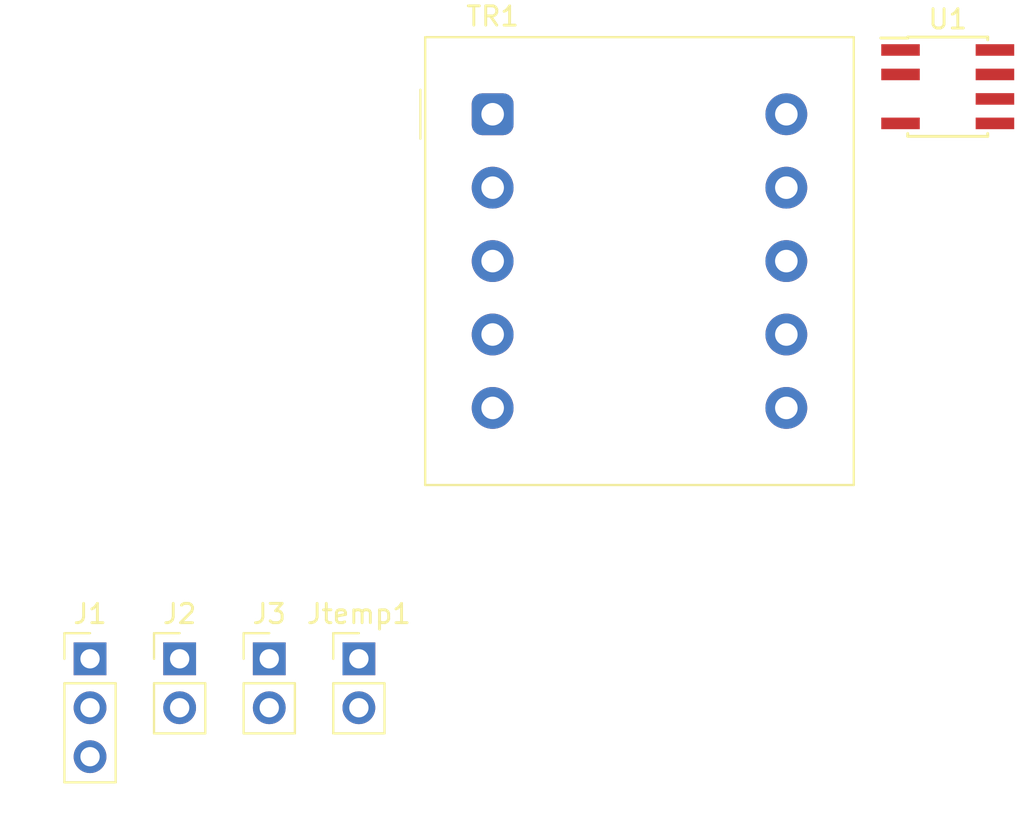
<source format=kicad_pcb>
(kicad_pcb (version 20171130) (host pcbnew 5.1.5-52549c5~84~ubuntu18.04.1)

  (general
    (thickness 1.6)
    (drawings 0)
    (tracks 0)
    (zones 0)
    (modules 6)
    (nets 4)
  )

  (page A4)
  (layers
    (0 F.Cu signal)
    (31 B.Cu signal)
    (32 B.Adhes user)
    (33 F.Adhes user)
    (34 B.Paste user)
    (35 F.Paste user)
    (36 B.SilkS user)
    (37 F.SilkS user)
    (38 B.Mask user)
    (39 F.Mask user)
    (40 Dwgs.User user)
    (41 Cmts.User user)
    (42 Eco1.User user)
    (43 Eco2.User user)
    (44 Edge.Cuts user)
    (45 Margin user)
    (46 B.CrtYd user)
    (47 F.CrtYd user)
    (48 B.Fab user)
    (49 F.Fab user)
  )

  (setup
    (last_trace_width 0.25)
    (trace_clearance 0.2)
    (zone_clearance 0.508)
    (zone_45_only no)
    (trace_min 0.2)
    (via_size 0.8)
    (via_drill 0.4)
    (via_min_size 0.4)
    (via_min_drill 0.3)
    (uvia_size 0.3)
    (uvia_drill 0.1)
    (uvias_allowed no)
    (uvia_min_size 0.2)
    (uvia_min_drill 0.1)
    (edge_width 0.05)
    (segment_width 0.2)
    (pcb_text_width 0.3)
    (pcb_text_size 1.5 1.5)
    (mod_edge_width 0.12)
    (mod_text_size 1 1)
    (mod_text_width 0.15)
    (pad_size 1.524 1.524)
    (pad_drill 0.762)
    (pad_to_mask_clearance 0.051)
    (solder_mask_min_width 0.25)
    (aux_axis_origin 0 0)
    (visible_elements FFFFFF7F)
    (pcbplotparams
      (layerselection 0x010fc_ffffffff)
      (usegerberextensions false)
      (usegerberattributes false)
      (usegerberadvancedattributes false)
      (creategerberjobfile false)
      (excludeedgelayer true)
      (linewidth 0.100000)
      (plotframeref false)
      (viasonmask false)
      (mode 1)
      (useauxorigin false)
      (hpglpennumber 1)
      (hpglpenspeed 20)
      (hpglpendiameter 15.000000)
      (psnegative false)
      (psa4output false)
      (plotreference true)
      (plotvalue true)
      (plotinvisibletext false)
      (padsonsilk false)
      (subtractmaskfromsilk false)
      (outputformat 1)
      (mirror false)
      (drillshape 1)
      (scaleselection 1)
      (outputdirectory ""))
  )

  (net 0 "")
  (net 1 /GND1)
  (net 2 "Net-(C2-Pad2)")
  (net 3 "Net-(D5-Pad2)")

  (net_class Default "This is the default net class."
    (clearance 0.2)
    (trace_width 0.25)
    (via_dia 0.8)
    (via_drill 0.4)
    (uvia_dia 0.3)
    (uvia_drill 0.1)
    (add_net /24V)
    (add_net /4V)
    (add_net /GND1)
    (add_net /RTN)
    (add_net "Net-(C2-Pad1)")
    (add_net "Net-(C2-Pad2)")
    (add_net "Net-(C4-Pad1)")
    (add_net "Net-(C5-Pad1)")
    (add_net "Net-(D3-Pad2)")
    (add_net "Net-(D5-Pad2)")
    (add_net "Net-(D6-Pad2)")
    (add_net "Net-(D7-Pad2)")
    (add_net "Net-(J1-Pad1)")
    (add_net "Net-(J1-Pad3)")
    (add_net "Net-(Jtemp1-Pad2)")
    (add_net "Net-(R6-Pad1)")
    (add_net "Net-(TR1-Pad10)")
    (add_net "Net-(TR1-Pad2)")
    (add_net "Net-(TR1-Pad8)")
    (add_net "Net-(TR1-Pad9)")
  )

  (module Package_SO:PowerIntegrations_SO-8C (layer F.Cu) (tedit 5A4230AB) (tstamp 5E43F25B)
    (at 172.967 86.327)
    (descr "Power-Integrations variant of 8-Lead Plastic Small Outline (SN) - Narrow, 3.90 mm Body [SOIC], see https://www.mouser.com/ds/2/328/linkswitch-pl_family_datasheet-12517.pdf")
    (tags "SOIC 1.27")
    (path /5E4748E9)
    (attr smd)
    (fp_text reference U1 (at 0 -3.5) (layer F.SilkS)
      (effects (font (size 1 1) (thickness 0.15)))
    )
    (fp_text value LNK625DG (at 0 3.5) (layer F.Fab)
      (effects (font (size 1 1) (thickness 0.15)))
    )
    (fp_line (start 3.7 2.7) (end -3.7 2.7) (layer F.CrtYd) (width 0.05))
    (fp_line (start 3.7 2.7) (end 3.7 -2.7) (layer F.CrtYd) (width 0.05))
    (fp_line (start -3.7 -2.7) (end -3.7 2.7) (layer F.CrtYd) (width 0.05))
    (fp_line (start -3.7 -2.7) (end 3.7 -2.7) (layer F.CrtYd) (width 0.05))
    (fp_line (start -2.075 -2.525) (end -3.475 -2.525) (layer F.SilkS) (width 0.15))
    (fp_line (start -2.075 2.575) (end 2.075 2.575) (layer F.SilkS) (width 0.15))
    (fp_line (start -2.075 -2.575) (end 2.075 -2.575) (layer F.SilkS) (width 0.15))
    (fp_line (start -2.075 2.575) (end -2.075 2.43) (layer F.SilkS) (width 0.15))
    (fp_line (start 2.075 2.575) (end 2.075 2.43) (layer F.SilkS) (width 0.15))
    (fp_line (start 2.075 -2.575) (end 2.075 -2.43) (layer F.SilkS) (width 0.15))
    (fp_line (start -2.075 -2.575) (end -2.075 -2.525) (layer F.SilkS) (width 0.15))
    (fp_line (start -1.95 -1.45) (end -0.95 -2.45) (layer F.Fab) (width 0.1))
    (fp_line (start -1.95 2.45) (end -1.95 -1.45) (layer F.Fab) (width 0.1))
    (fp_line (start 1.95 2.45) (end -1.95 2.45) (layer F.Fab) (width 0.1))
    (fp_line (start 1.95 -2.45) (end 1.95 2.45) (layer F.Fab) (width 0.1))
    (fp_line (start -0.95 -2.45) (end 1.95 -2.45) (layer F.Fab) (width 0.1))
    (fp_text user %R (at 0 0) (layer F.Fab)
      (effects (font (size 1 1) (thickness 0.15)))
    )
    (pad 8 smd rect (at 2.45 -1.905) (size 2 0.6) (layers F.Cu F.Paste F.Mask)
      (net 2 "Net-(C2-Pad2)"))
    (pad 7 smd rect (at 2.45 -0.635) (size 2 0.6) (layers F.Cu F.Paste F.Mask)
      (net 2 "Net-(C2-Pad2)"))
    (pad 6 smd rect (at 2.45 0.635) (size 2 0.6) (layers F.Cu F.Paste F.Mask)
      (net 2 "Net-(C2-Pad2)"))
    (pad 5 smd rect (at 2.45 1.905) (size 2 0.6) (layers F.Cu F.Paste F.Mask)
      (net 2 "Net-(C2-Pad2)"))
    (pad 4 smd rect (at -2.45 1.905) (size 2 0.6) (layers F.Cu F.Paste F.Mask)
      (net 3 "Net-(D5-Pad2)"))
    (pad 2 smd rect (at -2.45 -0.635) (size 2 0.6) (layers F.Cu F.Paste F.Mask))
    (pad 1 smd rect (at -2.45 -1.905) (size 2 0.6) (layers F.Cu F.Paste F.Mask))
    (model ${KISYS3DMOD}/Package_SO.3dshapes/PowerIntegrations_SO-8C.wrl
      (at (xyz 0 0 0))
      (scale (xyz 1 1 1))
      (rotate (xyz 0 0 0))
    )
  )

  (module Transformer_THT:Transformer_Wuerth_750343373 (layer F.Cu) (tedit 5CA646E6) (tstamp 5E43F23F)
    (at 149.352 87.757)
    (descr "Transformer, horizontal core with bobbin, 10 pin, 3.81mm pitch, 15.24mm row spacing, 22x23x17.53mm (https://katalog.we-online.com/ctm/datasheet/750343373.pdf)")
    (tags "transformer flyback")
    (path /5E490220)
    (fp_text reference TR1 (at 0 -5.08) (layer F.SilkS)
      (effects (font (size 1 1) (thickness 0.15)))
    )
    (fp_text value Wuerth_750343373 (at 7.62 8.89) (layer F.Fab)
      (effects (font (size 1 1) (thickness 0.15)))
    )
    (fp_line (start -3.38 1) (end -3.38 19.12) (layer F.Fab) (width 0.1))
    (fp_line (start -3.75 -1.27) (end -3.75 1.27) (layer F.SilkS) (width 0.12))
    (fp_line (start -2.38 0) (end -3.38 1) (layer F.Fab) (width 0.1))
    (fp_line (start -3.38 -1) (end -2.38 0) (layer F.Fab) (width 0.1))
    (fp_line (start 18.87 -4.13) (end 18.87 19.37) (layer F.CrtYd) (width 0.05))
    (fp_line (start -3.63 -4.13) (end 18.87 -4.13) (layer F.CrtYd) (width 0.05))
    (fp_line (start -3.63 19.37) (end -3.63 -4.13) (layer F.CrtYd) (width 0.05))
    (fp_line (start 18.87 19.37) (end -3.63 19.37) (layer F.CrtYd) (width 0.05))
    (fp_line (start -3.5 19.24) (end -3.5 -4) (layer F.SilkS) (width 0.12))
    (fp_line (start 18.74 19.24) (end -3.5 19.24) (layer F.SilkS) (width 0.12))
    (fp_line (start 18.74 -4) (end 18.74 19.24) (layer F.SilkS) (width 0.12))
    (fp_line (start -3.5 -4) (end 18.74 -4) (layer F.SilkS) (width 0.12))
    (fp_text user %R (at 7.62 6.35) (layer F.Fab)
      (effects (font (size 1 1) (thickness 0.15)))
    )
    (fp_line (start -3.38 -1) (end -3.38 -3.88) (layer F.Fab) (width 0.1))
    (fp_line (start 18.62 19.12) (end -3.38 19.12) (layer F.Fab) (width 0.1))
    (fp_line (start 18.62 -3.88) (end 18.62 19.12) (layer F.Fab) (width 0.1))
    (fp_line (start -3.38 -3.88) (end 18.62 -3.88) (layer F.Fab) (width 0.1))
    (pad 10 thru_hole circle (at 15.24 0) (size 2.17 2.17) (drill 1.17) (layers *.Cu *.Mask))
    (pad 9 thru_hole circle (at 15.24 3.81) (size 2.17 2.17) (drill 1.17) (layers *.Cu *.Mask))
    (pad 8 thru_hole circle (at 15.24 7.62) (size 2.17 2.17) (drill 1.17) (layers *.Cu *.Mask))
    (pad 7 thru_hole circle (at 15.24 11.43) (size 2.17 2.17) (drill 1.17) (layers *.Cu *.Mask))
    (pad 6 thru_hole circle (at 15.24 15.24) (size 2.17 2.17) (drill 1.17) (layers *.Cu *.Mask))
    (pad 5 thru_hole circle (at 0 15.24) (size 2.17 2.17) (drill 1.17) (layers *.Cu *.Mask)
      (net 1 /GND1))
    (pad 4 thru_hole circle (at 0 11.43) (size 2.17 2.17) (drill 1.17) (layers *.Cu *.Mask))
    (pad 3 thru_hole circle (at 0 7.62) (size 2.17 2.17) (drill 1.17) (layers *.Cu *.Mask))
    (pad 2 thru_hole circle (at 0 3.81) (size 2.17 2.17) (drill 1.17) (layers *.Cu *.Mask))
    (pad 1 thru_hole roundrect (at 0 0) (size 2.17 2.17) (drill 1.17) (layers *.Cu *.Mask) (roundrect_rratio 0.25)
      (net 3 "Net-(D5-Pad2)"))
    (model ${KISYS3DMOD}/Transformer_THT.3dshapes/Transformer_Wuerth_750343373.wrl
      (at (xyz 0 0 0))
      (scale (xyz 1 1 1))
      (rotate (xyz 0 0 0))
    )
  )

  (module Connector_PinHeader_2.54mm:PinHeader_1x02_P2.54mm_Vertical (layer F.Cu) (tedit 59FED5CC) (tstamp 5E43EBCE)
    (at 142.4105 116.0145)
    (descr "Through hole straight pin header, 1x02, 2.54mm pitch, single row")
    (tags "Through hole pin header THT 1x02 2.54mm single row")
    (path /5E521521)
    (fp_text reference Jtemp1 (at 0 -2.33) (layer F.SilkS)
      (effects (font (size 1 1) (thickness 0.15)))
    )
    (fp_text value Conn_01x02 (at 0 4.87) (layer F.Fab)
      (effects (font (size 1 1) (thickness 0.15)))
    )
    (fp_text user %R (at 0 1.27 90) (layer F.Fab)
      (effects (font (size 1 1) (thickness 0.15)))
    )
    (fp_line (start 1.8 -1.8) (end -1.8 -1.8) (layer F.CrtYd) (width 0.05))
    (fp_line (start 1.8 4.35) (end 1.8 -1.8) (layer F.CrtYd) (width 0.05))
    (fp_line (start -1.8 4.35) (end 1.8 4.35) (layer F.CrtYd) (width 0.05))
    (fp_line (start -1.8 -1.8) (end -1.8 4.35) (layer F.CrtYd) (width 0.05))
    (fp_line (start -1.33 -1.33) (end 0 -1.33) (layer F.SilkS) (width 0.12))
    (fp_line (start -1.33 0) (end -1.33 -1.33) (layer F.SilkS) (width 0.12))
    (fp_line (start -1.33 1.27) (end 1.33 1.27) (layer F.SilkS) (width 0.12))
    (fp_line (start 1.33 1.27) (end 1.33 3.87) (layer F.SilkS) (width 0.12))
    (fp_line (start -1.33 1.27) (end -1.33 3.87) (layer F.SilkS) (width 0.12))
    (fp_line (start -1.33 3.87) (end 1.33 3.87) (layer F.SilkS) (width 0.12))
    (fp_line (start -1.27 -0.635) (end -0.635 -1.27) (layer F.Fab) (width 0.1))
    (fp_line (start -1.27 3.81) (end -1.27 -0.635) (layer F.Fab) (width 0.1))
    (fp_line (start 1.27 3.81) (end -1.27 3.81) (layer F.Fab) (width 0.1))
    (fp_line (start 1.27 -1.27) (end 1.27 3.81) (layer F.Fab) (width 0.1))
    (fp_line (start -0.635 -1.27) (end 1.27 -1.27) (layer F.Fab) (width 0.1))
    (pad 2 thru_hole oval (at 0 2.54) (size 1.7 1.7) (drill 1) (layers *.Cu *.Mask))
    (pad 1 thru_hole rect (at 0 0) (size 1.7 1.7) (drill 1) (layers *.Cu *.Mask)
      (net 2 "Net-(C2-Pad2)"))
    (model ${KISYS3DMOD}/Connector_PinHeader_2.54mm.3dshapes/PinHeader_1x02_P2.54mm_Vertical.wrl
      (at (xyz 0 0 0))
      (scale (xyz 1 1 1))
      (rotate (xyz 0 0 0))
    )
  )

  (module Connector_PinHeader_2.54mm:PinHeader_1x02_P2.54mm_Vertical (layer F.Cu) (tedit 59FED5CC) (tstamp 5E43EBB8)
    (at 137.7605 116.0145)
    (descr "Through hole straight pin header, 1x02, 2.54mm pitch, single row")
    (tags "Through hole pin header THT 1x02 2.54mm single row")
    (path /5E50E946)
    (fp_text reference J3 (at 0 -2.33) (layer F.SilkS)
      (effects (font (size 1 1) (thickness 0.15)))
    )
    (fp_text value Conn_01x02 (at 0 4.87) (layer F.Fab)
      (effects (font (size 1 1) (thickness 0.15)))
    )
    (fp_text user %R (at 0 1.27 90) (layer F.Fab)
      (effects (font (size 1 1) (thickness 0.15)))
    )
    (fp_line (start 1.8 -1.8) (end -1.8 -1.8) (layer F.CrtYd) (width 0.05))
    (fp_line (start 1.8 4.35) (end 1.8 -1.8) (layer F.CrtYd) (width 0.05))
    (fp_line (start -1.8 4.35) (end 1.8 4.35) (layer F.CrtYd) (width 0.05))
    (fp_line (start -1.8 -1.8) (end -1.8 4.35) (layer F.CrtYd) (width 0.05))
    (fp_line (start -1.33 -1.33) (end 0 -1.33) (layer F.SilkS) (width 0.12))
    (fp_line (start -1.33 0) (end -1.33 -1.33) (layer F.SilkS) (width 0.12))
    (fp_line (start -1.33 1.27) (end 1.33 1.27) (layer F.SilkS) (width 0.12))
    (fp_line (start 1.33 1.27) (end 1.33 3.87) (layer F.SilkS) (width 0.12))
    (fp_line (start -1.33 1.27) (end -1.33 3.87) (layer F.SilkS) (width 0.12))
    (fp_line (start -1.33 3.87) (end 1.33 3.87) (layer F.SilkS) (width 0.12))
    (fp_line (start -1.27 -0.635) (end -0.635 -1.27) (layer F.Fab) (width 0.1))
    (fp_line (start -1.27 3.81) (end -1.27 -0.635) (layer F.Fab) (width 0.1))
    (fp_line (start 1.27 3.81) (end -1.27 3.81) (layer F.Fab) (width 0.1))
    (fp_line (start 1.27 -1.27) (end 1.27 3.81) (layer F.Fab) (width 0.1))
    (fp_line (start -0.635 -1.27) (end 1.27 -1.27) (layer F.Fab) (width 0.1))
    (pad 2 thru_hole oval (at 0 2.54) (size 1.7 1.7) (drill 1) (layers *.Cu *.Mask))
    (pad 1 thru_hole rect (at 0 0) (size 1.7 1.7) (drill 1) (layers *.Cu *.Mask))
    (model ${KISYS3DMOD}/Connector_PinHeader_2.54mm.3dshapes/PinHeader_1x02_P2.54mm_Vertical.wrl
      (at (xyz 0 0 0))
      (scale (xyz 1 1 1))
      (rotate (xyz 0 0 0))
    )
  )

  (module Connector_PinHeader_2.54mm:PinHeader_1x02_P2.54mm_Vertical (layer F.Cu) (tedit 59FED5CC) (tstamp 5E43EBA2)
    (at 133.1105 116.0145)
    (descr "Through hole straight pin header, 1x02, 2.54mm pitch, single row")
    (tags "Through hole pin header THT 1x02 2.54mm single row")
    (path /5E50DB55)
    (fp_text reference J2 (at 0 -2.33) (layer F.SilkS)
      (effects (font (size 1 1) (thickness 0.15)))
    )
    (fp_text value Conn_01x02 (at 0 4.87) (layer F.Fab)
      (effects (font (size 1 1) (thickness 0.15)))
    )
    (fp_text user %R (at 0 1.27 90) (layer F.Fab)
      (effects (font (size 1 1) (thickness 0.15)))
    )
    (fp_line (start 1.8 -1.8) (end -1.8 -1.8) (layer F.CrtYd) (width 0.05))
    (fp_line (start 1.8 4.35) (end 1.8 -1.8) (layer F.CrtYd) (width 0.05))
    (fp_line (start -1.8 4.35) (end 1.8 4.35) (layer F.CrtYd) (width 0.05))
    (fp_line (start -1.8 -1.8) (end -1.8 4.35) (layer F.CrtYd) (width 0.05))
    (fp_line (start -1.33 -1.33) (end 0 -1.33) (layer F.SilkS) (width 0.12))
    (fp_line (start -1.33 0) (end -1.33 -1.33) (layer F.SilkS) (width 0.12))
    (fp_line (start -1.33 1.27) (end 1.33 1.27) (layer F.SilkS) (width 0.12))
    (fp_line (start 1.33 1.27) (end 1.33 3.87) (layer F.SilkS) (width 0.12))
    (fp_line (start -1.33 1.27) (end -1.33 3.87) (layer F.SilkS) (width 0.12))
    (fp_line (start -1.33 3.87) (end 1.33 3.87) (layer F.SilkS) (width 0.12))
    (fp_line (start -1.27 -0.635) (end -0.635 -1.27) (layer F.Fab) (width 0.1))
    (fp_line (start -1.27 3.81) (end -1.27 -0.635) (layer F.Fab) (width 0.1))
    (fp_line (start 1.27 3.81) (end -1.27 3.81) (layer F.Fab) (width 0.1))
    (fp_line (start 1.27 -1.27) (end 1.27 3.81) (layer F.Fab) (width 0.1))
    (fp_line (start -0.635 -1.27) (end 1.27 -1.27) (layer F.Fab) (width 0.1))
    (pad 2 thru_hole oval (at 0 2.54) (size 1.7 1.7) (drill 1) (layers *.Cu *.Mask)
      (net 1 /GND1))
    (pad 1 thru_hole rect (at 0 0) (size 1.7 1.7) (drill 1) (layers *.Cu *.Mask))
    (model ${KISYS3DMOD}/Connector_PinHeader_2.54mm.3dshapes/PinHeader_1x02_P2.54mm_Vertical.wrl
      (at (xyz 0 0 0))
      (scale (xyz 1 1 1))
      (rotate (xyz 0 0 0))
    )
  )

  (module Connector_PinHeader_2.54mm:PinHeader_1x03_P2.54mm_Vertical (layer F.Cu) (tedit 59FED5CC) (tstamp 5E43EB8C)
    (at 128.4605 116.0145)
    (descr "Through hole straight pin header, 1x03, 2.54mm pitch, single row")
    (tags "Through hole pin header THT 1x03 2.54mm single row")
    (path /5E50C70F)
    (fp_text reference J1 (at 0 -2.33) (layer F.SilkS)
      (effects (font (size 1 1) (thickness 0.15)))
    )
    (fp_text value Conn_01x03 (at 0 7.41) (layer F.Fab)
      (effects (font (size 1 1) (thickness 0.15)))
    )
    (fp_text user %R (at 0 2.54 90) (layer F.Fab)
      (effects (font (size 1 1) (thickness 0.15)))
    )
    (fp_line (start 1.8 -1.8) (end -1.8 -1.8) (layer F.CrtYd) (width 0.05))
    (fp_line (start 1.8 6.85) (end 1.8 -1.8) (layer F.CrtYd) (width 0.05))
    (fp_line (start -1.8 6.85) (end 1.8 6.85) (layer F.CrtYd) (width 0.05))
    (fp_line (start -1.8 -1.8) (end -1.8 6.85) (layer F.CrtYd) (width 0.05))
    (fp_line (start -1.33 -1.33) (end 0 -1.33) (layer F.SilkS) (width 0.12))
    (fp_line (start -1.33 0) (end -1.33 -1.33) (layer F.SilkS) (width 0.12))
    (fp_line (start -1.33 1.27) (end 1.33 1.27) (layer F.SilkS) (width 0.12))
    (fp_line (start 1.33 1.27) (end 1.33 6.41) (layer F.SilkS) (width 0.12))
    (fp_line (start -1.33 1.27) (end -1.33 6.41) (layer F.SilkS) (width 0.12))
    (fp_line (start -1.33 6.41) (end 1.33 6.41) (layer F.SilkS) (width 0.12))
    (fp_line (start -1.27 -0.635) (end -0.635 -1.27) (layer F.Fab) (width 0.1))
    (fp_line (start -1.27 6.35) (end -1.27 -0.635) (layer F.Fab) (width 0.1))
    (fp_line (start 1.27 6.35) (end -1.27 6.35) (layer F.Fab) (width 0.1))
    (fp_line (start 1.27 -1.27) (end 1.27 6.35) (layer F.Fab) (width 0.1))
    (fp_line (start -0.635 -1.27) (end 1.27 -1.27) (layer F.Fab) (width 0.1))
    (pad 3 thru_hole oval (at 0 5.08) (size 1.7 1.7) (drill 1) (layers *.Cu *.Mask))
    (pad 2 thru_hole oval (at 0 2.54) (size 1.7 1.7) (drill 1) (layers *.Cu *.Mask))
    (pad 1 thru_hole rect (at 0 0) (size 1.7 1.7) (drill 1) (layers *.Cu *.Mask))
    (model ${KISYS3DMOD}/Connector_PinHeader_2.54mm.3dshapes/PinHeader_1x03_P2.54mm_Vertical.wrl
      (at (xyz 0 0 0))
      (scale (xyz 1 1 1))
      (rotate (xyz 0 0 0))
    )
  )

)

</source>
